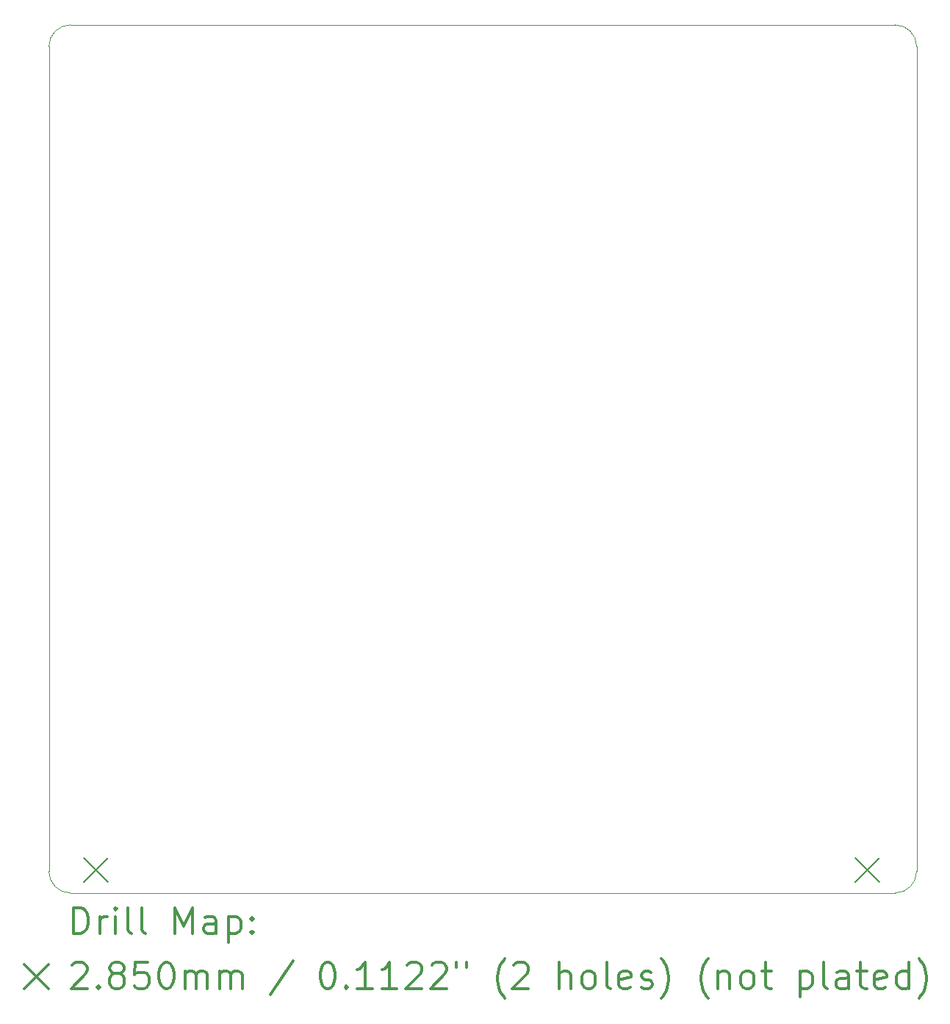
<source format=gbr>
%FSLAX45Y45*%
G04 Gerber Fmt 4.5, Leading zero omitted, Abs format (unit mm)*
G04 Created by KiCad (PCBNEW (5.1.10)-1) date 2021-07-30 10:40:08*
%MOMM*%
%LPD*%
G01*
G04 APERTURE LIST*
%TA.AperFunction,Profile*%
%ADD10C,0.050000*%
%TD*%
%ADD11C,0.200000*%
%ADD12C,0.300000*%
G04 APERTURE END LIST*
D10*
X20000000Y-14750000D02*
X20000000Y-5250000D01*
X10250000Y-15000000D02*
X19750000Y-15000000D01*
X10000000Y-5250000D02*
X10000000Y-14750000D01*
X19750000Y-5000000D02*
X10250000Y-5000000D01*
X10250000Y-15000000D02*
G75*
G02*
X10000000Y-14750000I0J250000D01*
G01*
X10000000Y-5250000D02*
G75*
G02*
X10250000Y-5000000I250000J0D01*
G01*
X19750000Y-5000000D02*
G75*
G02*
X20000000Y-5250000I0J-250000D01*
G01*
X20000000Y-14750000D02*
G75*
G02*
X19750000Y-15000000I-250000J0D01*
G01*
D11*
X10400300Y-14591500D02*
X10685300Y-14876500D01*
X10685300Y-14591500D02*
X10400300Y-14876500D01*
X19290300Y-14591500D02*
X19575300Y-14876500D01*
X19575300Y-14591500D02*
X19290300Y-14876500D01*
D12*
X10283928Y-15468214D02*
X10283928Y-15168214D01*
X10355357Y-15168214D01*
X10398214Y-15182500D01*
X10426786Y-15211071D01*
X10441071Y-15239643D01*
X10455357Y-15296786D01*
X10455357Y-15339643D01*
X10441071Y-15396786D01*
X10426786Y-15425357D01*
X10398214Y-15453929D01*
X10355357Y-15468214D01*
X10283928Y-15468214D01*
X10583928Y-15468214D02*
X10583928Y-15268214D01*
X10583928Y-15325357D02*
X10598214Y-15296786D01*
X10612500Y-15282500D01*
X10641071Y-15268214D01*
X10669643Y-15268214D01*
X10769643Y-15468214D02*
X10769643Y-15268214D01*
X10769643Y-15168214D02*
X10755357Y-15182500D01*
X10769643Y-15196786D01*
X10783928Y-15182500D01*
X10769643Y-15168214D01*
X10769643Y-15196786D01*
X10955357Y-15468214D02*
X10926786Y-15453929D01*
X10912500Y-15425357D01*
X10912500Y-15168214D01*
X11112500Y-15468214D02*
X11083928Y-15453929D01*
X11069643Y-15425357D01*
X11069643Y-15168214D01*
X11455357Y-15468214D02*
X11455357Y-15168214D01*
X11555357Y-15382500D01*
X11655357Y-15168214D01*
X11655357Y-15468214D01*
X11926786Y-15468214D02*
X11926786Y-15311071D01*
X11912500Y-15282500D01*
X11883928Y-15268214D01*
X11826786Y-15268214D01*
X11798214Y-15282500D01*
X11926786Y-15453929D02*
X11898214Y-15468214D01*
X11826786Y-15468214D01*
X11798214Y-15453929D01*
X11783928Y-15425357D01*
X11783928Y-15396786D01*
X11798214Y-15368214D01*
X11826786Y-15353929D01*
X11898214Y-15353929D01*
X11926786Y-15339643D01*
X12069643Y-15268214D02*
X12069643Y-15568214D01*
X12069643Y-15282500D02*
X12098214Y-15268214D01*
X12155357Y-15268214D01*
X12183928Y-15282500D01*
X12198214Y-15296786D01*
X12212500Y-15325357D01*
X12212500Y-15411071D01*
X12198214Y-15439643D01*
X12183928Y-15453929D01*
X12155357Y-15468214D01*
X12098214Y-15468214D01*
X12069643Y-15453929D01*
X12341071Y-15439643D02*
X12355357Y-15453929D01*
X12341071Y-15468214D01*
X12326786Y-15453929D01*
X12341071Y-15439643D01*
X12341071Y-15468214D01*
X12341071Y-15282500D02*
X12355357Y-15296786D01*
X12341071Y-15311071D01*
X12326786Y-15296786D01*
X12341071Y-15282500D01*
X12341071Y-15311071D01*
X9712500Y-15820000D02*
X9997500Y-16105000D01*
X9997500Y-15820000D02*
X9712500Y-16105000D01*
X10269643Y-15826786D02*
X10283928Y-15812500D01*
X10312500Y-15798214D01*
X10383928Y-15798214D01*
X10412500Y-15812500D01*
X10426786Y-15826786D01*
X10441071Y-15855357D01*
X10441071Y-15883929D01*
X10426786Y-15926786D01*
X10255357Y-16098214D01*
X10441071Y-16098214D01*
X10569643Y-16069643D02*
X10583928Y-16083929D01*
X10569643Y-16098214D01*
X10555357Y-16083929D01*
X10569643Y-16069643D01*
X10569643Y-16098214D01*
X10755357Y-15926786D02*
X10726786Y-15912500D01*
X10712500Y-15898214D01*
X10698214Y-15869643D01*
X10698214Y-15855357D01*
X10712500Y-15826786D01*
X10726786Y-15812500D01*
X10755357Y-15798214D01*
X10812500Y-15798214D01*
X10841071Y-15812500D01*
X10855357Y-15826786D01*
X10869643Y-15855357D01*
X10869643Y-15869643D01*
X10855357Y-15898214D01*
X10841071Y-15912500D01*
X10812500Y-15926786D01*
X10755357Y-15926786D01*
X10726786Y-15941071D01*
X10712500Y-15955357D01*
X10698214Y-15983929D01*
X10698214Y-16041071D01*
X10712500Y-16069643D01*
X10726786Y-16083929D01*
X10755357Y-16098214D01*
X10812500Y-16098214D01*
X10841071Y-16083929D01*
X10855357Y-16069643D01*
X10869643Y-16041071D01*
X10869643Y-15983929D01*
X10855357Y-15955357D01*
X10841071Y-15941071D01*
X10812500Y-15926786D01*
X11141071Y-15798214D02*
X10998214Y-15798214D01*
X10983928Y-15941071D01*
X10998214Y-15926786D01*
X11026786Y-15912500D01*
X11098214Y-15912500D01*
X11126786Y-15926786D01*
X11141071Y-15941071D01*
X11155357Y-15969643D01*
X11155357Y-16041071D01*
X11141071Y-16069643D01*
X11126786Y-16083929D01*
X11098214Y-16098214D01*
X11026786Y-16098214D01*
X10998214Y-16083929D01*
X10983928Y-16069643D01*
X11341071Y-15798214D02*
X11369643Y-15798214D01*
X11398214Y-15812500D01*
X11412500Y-15826786D01*
X11426786Y-15855357D01*
X11441071Y-15912500D01*
X11441071Y-15983929D01*
X11426786Y-16041071D01*
X11412500Y-16069643D01*
X11398214Y-16083929D01*
X11369643Y-16098214D01*
X11341071Y-16098214D01*
X11312500Y-16083929D01*
X11298214Y-16069643D01*
X11283928Y-16041071D01*
X11269643Y-15983929D01*
X11269643Y-15912500D01*
X11283928Y-15855357D01*
X11298214Y-15826786D01*
X11312500Y-15812500D01*
X11341071Y-15798214D01*
X11569643Y-16098214D02*
X11569643Y-15898214D01*
X11569643Y-15926786D02*
X11583928Y-15912500D01*
X11612500Y-15898214D01*
X11655357Y-15898214D01*
X11683928Y-15912500D01*
X11698214Y-15941071D01*
X11698214Y-16098214D01*
X11698214Y-15941071D02*
X11712500Y-15912500D01*
X11741071Y-15898214D01*
X11783928Y-15898214D01*
X11812500Y-15912500D01*
X11826786Y-15941071D01*
X11826786Y-16098214D01*
X11969643Y-16098214D02*
X11969643Y-15898214D01*
X11969643Y-15926786D02*
X11983928Y-15912500D01*
X12012500Y-15898214D01*
X12055357Y-15898214D01*
X12083928Y-15912500D01*
X12098214Y-15941071D01*
X12098214Y-16098214D01*
X12098214Y-15941071D02*
X12112500Y-15912500D01*
X12141071Y-15898214D01*
X12183928Y-15898214D01*
X12212500Y-15912500D01*
X12226786Y-15941071D01*
X12226786Y-16098214D01*
X12812500Y-15783929D02*
X12555357Y-16169643D01*
X13198214Y-15798214D02*
X13226786Y-15798214D01*
X13255357Y-15812500D01*
X13269643Y-15826786D01*
X13283928Y-15855357D01*
X13298214Y-15912500D01*
X13298214Y-15983929D01*
X13283928Y-16041071D01*
X13269643Y-16069643D01*
X13255357Y-16083929D01*
X13226786Y-16098214D01*
X13198214Y-16098214D01*
X13169643Y-16083929D01*
X13155357Y-16069643D01*
X13141071Y-16041071D01*
X13126786Y-15983929D01*
X13126786Y-15912500D01*
X13141071Y-15855357D01*
X13155357Y-15826786D01*
X13169643Y-15812500D01*
X13198214Y-15798214D01*
X13426786Y-16069643D02*
X13441071Y-16083929D01*
X13426786Y-16098214D01*
X13412500Y-16083929D01*
X13426786Y-16069643D01*
X13426786Y-16098214D01*
X13726786Y-16098214D02*
X13555357Y-16098214D01*
X13641071Y-16098214D02*
X13641071Y-15798214D01*
X13612500Y-15841071D01*
X13583928Y-15869643D01*
X13555357Y-15883929D01*
X14012500Y-16098214D02*
X13841071Y-16098214D01*
X13926786Y-16098214D02*
X13926786Y-15798214D01*
X13898214Y-15841071D01*
X13869643Y-15869643D01*
X13841071Y-15883929D01*
X14126786Y-15826786D02*
X14141071Y-15812500D01*
X14169643Y-15798214D01*
X14241071Y-15798214D01*
X14269643Y-15812500D01*
X14283928Y-15826786D01*
X14298214Y-15855357D01*
X14298214Y-15883929D01*
X14283928Y-15926786D01*
X14112500Y-16098214D01*
X14298214Y-16098214D01*
X14412500Y-15826786D02*
X14426786Y-15812500D01*
X14455357Y-15798214D01*
X14526786Y-15798214D01*
X14555357Y-15812500D01*
X14569643Y-15826786D01*
X14583928Y-15855357D01*
X14583928Y-15883929D01*
X14569643Y-15926786D01*
X14398214Y-16098214D01*
X14583928Y-16098214D01*
X14698214Y-15798214D02*
X14698214Y-15855357D01*
X14812500Y-15798214D02*
X14812500Y-15855357D01*
X15255357Y-16212500D02*
X15241071Y-16198214D01*
X15212500Y-16155357D01*
X15198214Y-16126786D01*
X15183928Y-16083929D01*
X15169643Y-16012500D01*
X15169643Y-15955357D01*
X15183928Y-15883929D01*
X15198214Y-15841071D01*
X15212500Y-15812500D01*
X15241071Y-15769643D01*
X15255357Y-15755357D01*
X15355357Y-15826786D02*
X15369643Y-15812500D01*
X15398214Y-15798214D01*
X15469643Y-15798214D01*
X15498214Y-15812500D01*
X15512500Y-15826786D01*
X15526786Y-15855357D01*
X15526786Y-15883929D01*
X15512500Y-15926786D01*
X15341071Y-16098214D01*
X15526786Y-16098214D01*
X15883928Y-16098214D02*
X15883928Y-15798214D01*
X16012500Y-16098214D02*
X16012500Y-15941071D01*
X15998214Y-15912500D01*
X15969643Y-15898214D01*
X15926786Y-15898214D01*
X15898214Y-15912500D01*
X15883928Y-15926786D01*
X16198214Y-16098214D02*
X16169643Y-16083929D01*
X16155357Y-16069643D01*
X16141071Y-16041071D01*
X16141071Y-15955357D01*
X16155357Y-15926786D01*
X16169643Y-15912500D01*
X16198214Y-15898214D01*
X16241071Y-15898214D01*
X16269643Y-15912500D01*
X16283928Y-15926786D01*
X16298214Y-15955357D01*
X16298214Y-16041071D01*
X16283928Y-16069643D01*
X16269643Y-16083929D01*
X16241071Y-16098214D01*
X16198214Y-16098214D01*
X16469643Y-16098214D02*
X16441071Y-16083929D01*
X16426786Y-16055357D01*
X16426786Y-15798214D01*
X16698214Y-16083929D02*
X16669643Y-16098214D01*
X16612500Y-16098214D01*
X16583928Y-16083929D01*
X16569643Y-16055357D01*
X16569643Y-15941071D01*
X16583928Y-15912500D01*
X16612500Y-15898214D01*
X16669643Y-15898214D01*
X16698214Y-15912500D01*
X16712500Y-15941071D01*
X16712500Y-15969643D01*
X16569643Y-15998214D01*
X16826786Y-16083929D02*
X16855357Y-16098214D01*
X16912500Y-16098214D01*
X16941071Y-16083929D01*
X16955357Y-16055357D01*
X16955357Y-16041071D01*
X16941071Y-16012500D01*
X16912500Y-15998214D01*
X16869643Y-15998214D01*
X16841071Y-15983929D01*
X16826786Y-15955357D01*
X16826786Y-15941071D01*
X16841071Y-15912500D01*
X16869643Y-15898214D01*
X16912500Y-15898214D01*
X16941071Y-15912500D01*
X17055357Y-16212500D02*
X17069643Y-16198214D01*
X17098214Y-16155357D01*
X17112500Y-16126786D01*
X17126786Y-16083929D01*
X17141071Y-16012500D01*
X17141071Y-15955357D01*
X17126786Y-15883929D01*
X17112500Y-15841071D01*
X17098214Y-15812500D01*
X17069643Y-15769643D01*
X17055357Y-15755357D01*
X17598214Y-16212500D02*
X17583928Y-16198214D01*
X17555357Y-16155357D01*
X17541071Y-16126786D01*
X17526786Y-16083929D01*
X17512500Y-16012500D01*
X17512500Y-15955357D01*
X17526786Y-15883929D01*
X17541071Y-15841071D01*
X17555357Y-15812500D01*
X17583928Y-15769643D01*
X17598214Y-15755357D01*
X17712500Y-15898214D02*
X17712500Y-16098214D01*
X17712500Y-15926786D02*
X17726786Y-15912500D01*
X17755357Y-15898214D01*
X17798214Y-15898214D01*
X17826786Y-15912500D01*
X17841071Y-15941071D01*
X17841071Y-16098214D01*
X18026786Y-16098214D02*
X17998214Y-16083929D01*
X17983928Y-16069643D01*
X17969643Y-16041071D01*
X17969643Y-15955357D01*
X17983928Y-15926786D01*
X17998214Y-15912500D01*
X18026786Y-15898214D01*
X18069643Y-15898214D01*
X18098214Y-15912500D01*
X18112500Y-15926786D01*
X18126786Y-15955357D01*
X18126786Y-16041071D01*
X18112500Y-16069643D01*
X18098214Y-16083929D01*
X18069643Y-16098214D01*
X18026786Y-16098214D01*
X18212500Y-15898214D02*
X18326786Y-15898214D01*
X18255357Y-15798214D02*
X18255357Y-16055357D01*
X18269643Y-16083929D01*
X18298214Y-16098214D01*
X18326786Y-16098214D01*
X18655357Y-15898214D02*
X18655357Y-16198214D01*
X18655357Y-15912500D02*
X18683928Y-15898214D01*
X18741071Y-15898214D01*
X18769643Y-15912500D01*
X18783928Y-15926786D01*
X18798214Y-15955357D01*
X18798214Y-16041071D01*
X18783928Y-16069643D01*
X18769643Y-16083929D01*
X18741071Y-16098214D01*
X18683928Y-16098214D01*
X18655357Y-16083929D01*
X18969643Y-16098214D02*
X18941071Y-16083929D01*
X18926786Y-16055357D01*
X18926786Y-15798214D01*
X19212500Y-16098214D02*
X19212500Y-15941071D01*
X19198214Y-15912500D01*
X19169643Y-15898214D01*
X19112500Y-15898214D01*
X19083928Y-15912500D01*
X19212500Y-16083929D02*
X19183928Y-16098214D01*
X19112500Y-16098214D01*
X19083928Y-16083929D01*
X19069643Y-16055357D01*
X19069643Y-16026786D01*
X19083928Y-15998214D01*
X19112500Y-15983929D01*
X19183928Y-15983929D01*
X19212500Y-15969643D01*
X19312500Y-15898214D02*
X19426786Y-15898214D01*
X19355357Y-15798214D02*
X19355357Y-16055357D01*
X19369643Y-16083929D01*
X19398214Y-16098214D01*
X19426786Y-16098214D01*
X19641071Y-16083929D02*
X19612500Y-16098214D01*
X19555357Y-16098214D01*
X19526786Y-16083929D01*
X19512500Y-16055357D01*
X19512500Y-15941071D01*
X19526786Y-15912500D01*
X19555357Y-15898214D01*
X19612500Y-15898214D01*
X19641071Y-15912500D01*
X19655357Y-15941071D01*
X19655357Y-15969643D01*
X19512500Y-15998214D01*
X19912500Y-16098214D02*
X19912500Y-15798214D01*
X19912500Y-16083929D02*
X19883928Y-16098214D01*
X19826786Y-16098214D01*
X19798214Y-16083929D01*
X19783928Y-16069643D01*
X19769643Y-16041071D01*
X19769643Y-15955357D01*
X19783928Y-15926786D01*
X19798214Y-15912500D01*
X19826786Y-15898214D01*
X19883928Y-15898214D01*
X19912500Y-15912500D01*
X20026786Y-16212500D02*
X20041071Y-16198214D01*
X20069643Y-16155357D01*
X20083928Y-16126786D01*
X20098214Y-16083929D01*
X20112500Y-16012500D01*
X20112500Y-15955357D01*
X20098214Y-15883929D01*
X20083928Y-15841071D01*
X20069643Y-15812500D01*
X20041071Y-15769643D01*
X20026786Y-15755357D01*
M02*

</source>
